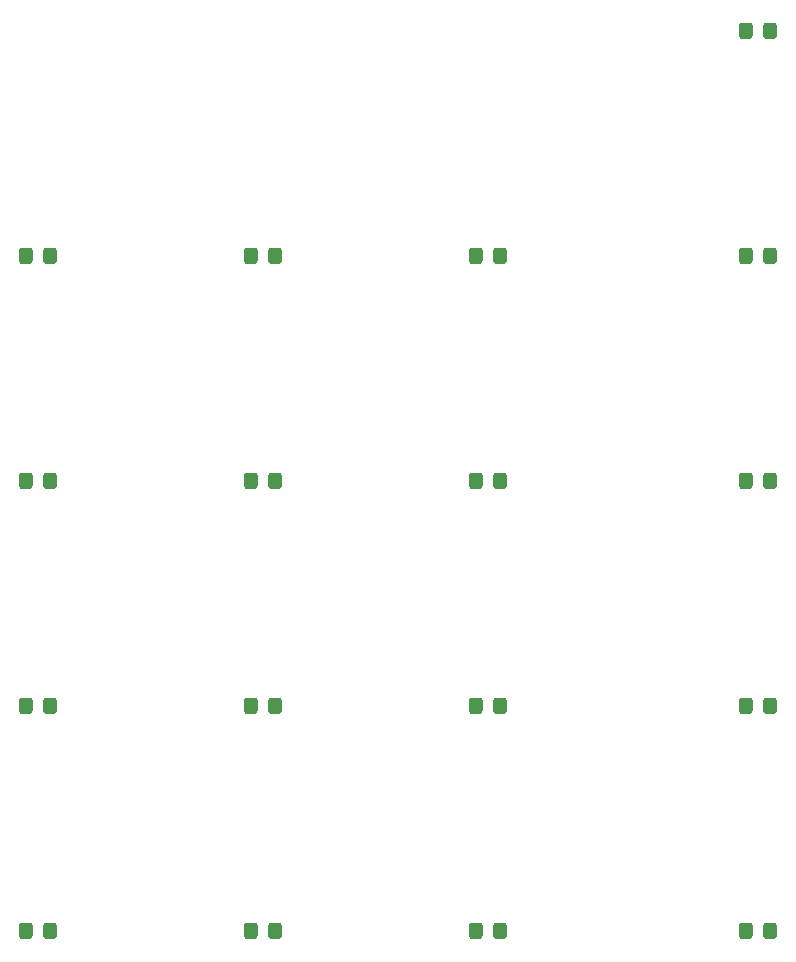
<source format=gbr>
%TF.GenerationSoftware,KiCad,Pcbnew,(5.1.9)-1*%
%TF.CreationDate,2021-05-15T18:53:33-04:00*%
%TF.ProjectId,UFC,5546432e-6b69-4636-9164-5f7063625858,rev?*%
%TF.SameCoordinates,Original*%
%TF.FileFunction,Paste,Top*%
%TF.FilePolarity,Positive*%
%FSLAX46Y46*%
G04 Gerber Fmt 4.6, Leading zero omitted, Abs format (unit mm)*
G04 Created by KiCad (PCBNEW (5.1.9)-1) date 2021-05-15 18:53:33*
%MOMM*%
%LPD*%
G01*
G04 APERTURE LIST*
G04 APERTURE END LIST*
%TO.C,D34*%
G36*
G01*
X151950000Y-144329999D02*
X151950000Y-145230001D01*
G75*
G02*
X151700001Y-145480000I-249999J0D01*
G01*
X151049999Y-145480000D01*
G75*
G02*
X150800000Y-145230001I0J249999D01*
G01*
X150800000Y-144329999D01*
G75*
G02*
X151049999Y-144080000I249999J0D01*
G01*
X151700001Y-144080000D01*
G75*
G02*
X151950000Y-144329999I0J-249999D01*
G01*
G37*
G36*
G01*
X154000000Y-144329999D02*
X154000000Y-145230001D01*
G75*
G02*
X153750001Y-145480000I-249999J0D01*
G01*
X153099999Y-145480000D01*
G75*
G02*
X152850000Y-145230001I0J249999D01*
G01*
X152850000Y-144329999D01*
G75*
G02*
X153099999Y-144080000I249999J0D01*
G01*
X153750001Y-144080000D01*
G75*
G02*
X154000000Y-144329999I0J-249999D01*
G01*
G37*
%TD*%
%TO.C,D33*%
G36*
G01*
X151950000Y-125279999D02*
X151950000Y-126180001D01*
G75*
G02*
X151700001Y-126430000I-249999J0D01*
G01*
X151049999Y-126430000D01*
G75*
G02*
X150800000Y-126180001I0J249999D01*
G01*
X150800000Y-125279999D01*
G75*
G02*
X151049999Y-125030000I249999J0D01*
G01*
X151700001Y-125030000D01*
G75*
G02*
X151950000Y-125279999I0J-249999D01*
G01*
G37*
G36*
G01*
X154000000Y-125279999D02*
X154000000Y-126180001D01*
G75*
G02*
X153750001Y-126430000I-249999J0D01*
G01*
X153099999Y-126430000D01*
G75*
G02*
X152850000Y-126180001I0J249999D01*
G01*
X152850000Y-125279999D01*
G75*
G02*
X153099999Y-125030000I249999J0D01*
G01*
X153750001Y-125030000D01*
G75*
G02*
X154000000Y-125279999I0J-249999D01*
G01*
G37*
%TD*%
%TO.C,D32*%
G36*
G01*
X151950000Y-106229999D02*
X151950000Y-107130001D01*
G75*
G02*
X151700001Y-107380000I-249999J0D01*
G01*
X151049999Y-107380000D01*
G75*
G02*
X150800000Y-107130001I0J249999D01*
G01*
X150800000Y-106229999D01*
G75*
G02*
X151049999Y-105980000I249999J0D01*
G01*
X151700001Y-105980000D01*
G75*
G02*
X151950000Y-106229999I0J-249999D01*
G01*
G37*
G36*
G01*
X154000000Y-106229999D02*
X154000000Y-107130001D01*
G75*
G02*
X153750001Y-107380000I-249999J0D01*
G01*
X153099999Y-107380000D01*
G75*
G02*
X152850000Y-107130001I0J249999D01*
G01*
X152850000Y-106229999D01*
G75*
G02*
X153099999Y-105980000I249999J0D01*
G01*
X153750001Y-105980000D01*
G75*
G02*
X154000000Y-106229999I0J-249999D01*
G01*
G37*
%TD*%
%TO.C,D31*%
G36*
G01*
X151950000Y-87179999D02*
X151950000Y-88080001D01*
G75*
G02*
X151700001Y-88330000I-249999J0D01*
G01*
X151049999Y-88330000D01*
G75*
G02*
X150800000Y-88080001I0J249999D01*
G01*
X150800000Y-87179999D01*
G75*
G02*
X151049999Y-86930000I249999J0D01*
G01*
X151700001Y-86930000D01*
G75*
G02*
X151950000Y-87179999I0J-249999D01*
G01*
G37*
G36*
G01*
X154000000Y-87179999D02*
X154000000Y-88080001D01*
G75*
G02*
X153750001Y-88330000I-249999J0D01*
G01*
X153099999Y-88330000D01*
G75*
G02*
X152850000Y-88080001I0J249999D01*
G01*
X152850000Y-87179999D01*
G75*
G02*
X153099999Y-86930000I249999J0D01*
G01*
X153750001Y-86930000D01*
G75*
G02*
X154000000Y-87179999I0J-249999D01*
G01*
G37*
%TD*%
%TO.C,D30*%
G36*
G01*
X151950000Y-68129999D02*
X151950000Y-69030001D01*
G75*
G02*
X151700001Y-69280000I-249999J0D01*
G01*
X151049999Y-69280000D01*
G75*
G02*
X150800000Y-69030001I0J249999D01*
G01*
X150800000Y-68129999D01*
G75*
G02*
X151049999Y-67880000I249999J0D01*
G01*
X151700001Y-67880000D01*
G75*
G02*
X151950000Y-68129999I0J-249999D01*
G01*
G37*
G36*
G01*
X154000000Y-68129999D02*
X154000000Y-69030001D01*
G75*
G02*
X153750001Y-69280000I-249999J0D01*
G01*
X153099999Y-69280000D01*
G75*
G02*
X152850000Y-69030001I0J249999D01*
G01*
X152850000Y-68129999D01*
G75*
G02*
X153099999Y-67880000I249999J0D01*
G01*
X153750001Y-67880000D01*
G75*
G02*
X154000000Y-68129999I0J-249999D01*
G01*
G37*
%TD*%
%TO.C,D29*%
G36*
G01*
X129090000Y-144329999D02*
X129090000Y-145230001D01*
G75*
G02*
X128840001Y-145480000I-249999J0D01*
G01*
X128189999Y-145480000D01*
G75*
G02*
X127940000Y-145230001I0J249999D01*
G01*
X127940000Y-144329999D01*
G75*
G02*
X128189999Y-144080000I249999J0D01*
G01*
X128840001Y-144080000D01*
G75*
G02*
X129090000Y-144329999I0J-249999D01*
G01*
G37*
G36*
G01*
X131140000Y-144329999D02*
X131140000Y-145230001D01*
G75*
G02*
X130890001Y-145480000I-249999J0D01*
G01*
X130239999Y-145480000D01*
G75*
G02*
X129990000Y-145230001I0J249999D01*
G01*
X129990000Y-144329999D01*
G75*
G02*
X130239999Y-144080000I249999J0D01*
G01*
X130890001Y-144080000D01*
G75*
G02*
X131140000Y-144329999I0J-249999D01*
G01*
G37*
%TD*%
%TO.C,D28*%
G36*
G01*
X110040000Y-144329999D02*
X110040000Y-145230001D01*
G75*
G02*
X109790001Y-145480000I-249999J0D01*
G01*
X109139999Y-145480000D01*
G75*
G02*
X108890000Y-145230001I0J249999D01*
G01*
X108890000Y-144329999D01*
G75*
G02*
X109139999Y-144080000I249999J0D01*
G01*
X109790001Y-144080000D01*
G75*
G02*
X110040000Y-144329999I0J-249999D01*
G01*
G37*
G36*
G01*
X112090000Y-144329999D02*
X112090000Y-145230001D01*
G75*
G02*
X111840001Y-145480000I-249999J0D01*
G01*
X111189999Y-145480000D01*
G75*
G02*
X110940000Y-145230001I0J249999D01*
G01*
X110940000Y-144329999D01*
G75*
G02*
X111189999Y-144080000I249999J0D01*
G01*
X111840001Y-144080000D01*
G75*
G02*
X112090000Y-144329999I0J-249999D01*
G01*
G37*
%TD*%
%TO.C,D27*%
G36*
G01*
X90990000Y-144329999D02*
X90990000Y-145230001D01*
G75*
G02*
X90740001Y-145480000I-249999J0D01*
G01*
X90089999Y-145480000D01*
G75*
G02*
X89840000Y-145230001I0J249999D01*
G01*
X89840000Y-144329999D01*
G75*
G02*
X90089999Y-144080000I249999J0D01*
G01*
X90740001Y-144080000D01*
G75*
G02*
X90990000Y-144329999I0J-249999D01*
G01*
G37*
G36*
G01*
X93040000Y-144329999D02*
X93040000Y-145230001D01*
G75*
G02*
X92790001Y-145480000I-249999J0D01*
G01*
X92139999Y-145480000D01*
G75*
G02*
X91890000Y-145230001I0J249999D01*
G01*
X91890000Y-144329999D01*
G75*
G02*
X92139999Y-144080000I249999J0D01*
G01*
X92790001Y-144080000D01*
G75*
G02*
X93040000Y-144329999I0J-249999D01*
G01*
G37*
%TD*%
%TO.C,D26*%
G36*
G01*
X129090000Y-125279999D02*
X129090000Y-126180001D01*
G75*
G02*
X128840001Y-126430000I-249999J0D01*
G01*
X128189999Y-126430000D01*
G75*
G02*
X127940000Y-126180001I0J249999D01*
G01*
X127940000Y-125279999D01*
G75*
G02*
X128189999Y-125030000I249999J0D01*
G01*
X128840001Y-125030000D01*
G75*
G02*
X129090000Y-125279999I0J-249999D01*
G01*
G37*
G36*
G01*
X131140000Y-125279999D02*
X131140000Y-126180001D01*
G75*
G02*
X130890001Y-126430000I-249999J0D01*
G01*
X130239999Y-126430000D01*
G75*
G02*
X129990000Y-126180001I0J249999D01*
G01*
X129990000Y-125279999D01*
G75*
G02*
X130239999Y-125030000I249999J0D01*
G01*
X130890001Y-125030000D01*
G75*
G02*
X131140000Y-125279999I0J-249999D01*
G01*
G37*
%TD*%
%TO.C,D25*%
G36*
G01*
X110040000Y-125279999D02*
X110040000Y-126180001D01*
G75*
G02*
X109790001Y-126430000I-249999J0D01*
G01*
X109139999Y-126430000D01*
G75*
G02*
X108890000Y-126180001I0J249999D01*
G01*
X108890000Y-125279999D01*
G75*
G02*
X109139999Y-125030000I249999J0D01*
G01*
X109790001Y-125030000D01*
G75*
G02*
X110040000Y-125279999I0J-249999D01*
G01*
G37*
G36*
G01*
X112090000Y-125279999D02*
X112090000Y-126180001D01*
G75*
G02*
X111840001Y-126430000I-249999J0D01*
G01*
X111189999Y-126430000D01*
G75*
G02*
X110940000Y-126180001I0J249999D01*
G01*
X110940000Y-125279999D01*
G75*
G02*
X111189999Y-125030000I249999J0D01*
G01*
X111840001Y-125030000D01*
G75*
G02*
X112090000Y-125279999I0J-249999D01*
G01*
G37*
%TD*%
%TO.C,D24*%
G36*
G01*
X90990000Y-125279999D02*
X90990000Y-126180001D01*
G75*
G02*
X90740001Y-126430000I-249999J0D01*
G01*
X90089999Y-126430000D01*
G75*
G02*
X89840000Y-126180001I0J249999D01*
G01*
X89840000Y-125279999D01*
G75*
G02*
X90089999Y-125030000I249999J0D01*
G01*
X90740001Y-125030000D01*
G75*
G02*
X90990000Y-125279999I0J-249999D01*
G01*
G37*
G36*
G01*
X93040000Y-125279999D02*
X93040000Y-126180001D01*
G75*
G02*
X92790001Y-126430000I-249999J0D01*
G01*
X92139999Y-126430000D01*
G75*
G02*
X91890000Y-126180001I0J249999D01*
G01*
X91890000Y-125279999D01*
G75*
G02*
X92139999Y-125030000I249999J0D01*
G01*
X92790001Y-125030000D01*
G75*
G02*
X93040000Y-125279999I0J-249999D01*
G01*
G37*
%TD*%
%TO.C,D23*%
G36*
G01*
X129090000Y-106229999D02*
X129090000Y-107130001D01*
G75*
G02*
X128840001Y-107380000I-249999J0D01*
G01*
X128189999Y-107380000D01*
G75*
G02*
X127940000Y-107130001I0J249999D01*
G01*
X127940000Y-106229999D01*
G75*
G02*
X128189999Y-105980000I249999J0D01*
G01*
X128840001Y-105980000D01*
G75*
G02*
X129090000Y-106229999I0J-249999D01*
G01*
G37*
G36*
G01*
X131140000Y-106229999D02*
X131140000Y-107130001D01*
G75*
G02*
X130890001Y-107380000I-249999J0D01*
G01*
X130239999Y-107380000D01*
G75*
G02*
X129990000Y-107130001I0J249999D01*
G01*
X129990000Y-106229999D01*
G75*
G02*
X130239999Y-105980000I249999J0D01*
G01*
X130890001Y-105980000D01*
G75*
G02*
X131140000Y-106229999I0J-249999D01*
G01*
G37*
%TD*%
%TO.C,D22*%
G36*
G01*
X110040000Y-106229999D02*
X110040000Y-107130001D01*
G75*
G02*
X109790001Y-107380000I-249999J0D01*
G01*
X109139999Y-107380000D01*
G75*
G02*
X108890000Y-107130001I0J249999D01*
G01*
X108890000Y-106229999D01*
G75*
G02*
X109139999Y-105980000I249999J0D01*
G01*
X109790001Y-105980000D01*
G75*
G02*
X110040000Y-106229999I0J-249999D01*
G01*
G37*
G36*
G01*
X112090000Y-106229999D02*
X112090000Y-107130001D01*
G75*
G02*
X111840001Y-107380000I-249999J0D01*
G01*
X111189999Y-107380000D01*
G75*
G02*
X110940000Y-107130001I0J249999D01*
G01*
X110940000Y-106229999D01*
G75*
G02*
X111189999Y-105980000I249999J0D01*
G01*
X111840001Y-105980000D01*
G75*
G02*
X112090000Y-106229999I0J-249999D01*
G01*
G37*
%TD*%
%TO.C,D21*%
G36*
G01*
X90990000Y-106229999D02*
X90990000Y-107130001D01*
G75*
G02*
X90740001Y-107380000I-249999J0D01*
G01*
X90089999Y-107380000D01*
G75*
G02*
X89840000Y-107130001I0J249999D01*
G01*
X89840000Y-106229999D01*
G75*
G02*
X90089999Y-105980000I249999J0D01*
G01*
X90740001Y-105980000D01*
G75*
G02*
X90990000Y-106229999I0J-249999D01*
G01*
G37*
G36*
G01*
X93040000Y-106229999D02*
X93040000Y-107130001D01*
G75*
G02*
X92790001Y-107380000I-249999J0D01*
G01*
X92139999Y-107380000D01*
G75*
G02*
X91890000Y-107130001I0J249999D01*
G01*
X91890000Y-106229999D01*
G75*
G02*
X92139999Y-105980000I249999J0D01*
G01*
X92790001Y-105980000D01*
G75*
G02*
X93040000Y-106229999I0J-249999D01*
G01*
G37*
%TD*%
%TO.C,D20*%
G36*
G01*
X129090000Y-87179999D02*
X129090000Y-88080001D01*
G75*
G02*
X128840001Y-88330000I-249999J0D01*
G01*
X128189999Y-88330000D01*
G75*
G02*
X127940000Y-88080001I0J249999D01*
G01*
X127940000Y-87179999D01*
G75*
G02*
X128189999Y-86930000I249999J0D01*
G01*
X128840001Y-86930000D01*
G75*
G02*
X129090000Y-87179999I0J-249999D01*
G01*
G37*
G36*
G01*
X131140000Y-87179999D02*
X131140000Y-88080001D01*
G75*
G02*
X130890001Y-88330000I-249999J0D01*
G01*
X130239999Y-88330000D01*
G75*
G02*
X129990000Y-88080001I0J249999D01*
G01*
X129990000Y-87179999D01*
G75*
G02*
X130239999Y-86930000I249999J0D01*
G01*
X130890001Y-86930000D01*
G75*
G02*
X131140000Y-87179999I0J-249999D01*
G01*
G37*
%TD*%
%TO.C,D19*%
G36*
G01*
X110040000Y-87179999D02*
X110040000Y-88080001D01*
G75*
G02*
X109790001Y-88330000I-249999J0D01*
G01*
X109139999Y-88330000D01*
G75*
G02*
X108890000Y-88080001I0J249999D01*
G01*
X108890000Y-87179999D01*
G75*
G02*
X109139999Y-86930000I249999J0D01*
G01*
X109790001Y-86930000D01*
G75*
G02*
X110040000Y-87179999I0J-249999D01*
G01*
G37*
G36*
G01*
X112090000Y-87179999D02*
X112090000Y-88080001D01*
G75*
G02*
X111840001Y-88330000I-249999J0D01*
G01*
X111189999Y-88330000D01*
G75*
G02*
X110940000Y-88080001I0J249999D01*
G01*
X110940000Y-87179999D01*
G75*
G02*
X111189999Y-86930000I249999J0D01*
G01*
X111840001Y-86930000D01*
G75*
G02*
X112090000Y-87179999I0J-249999D01*
G01*
G37*
%TD*%
%TO.C,D18*%
G36*
G01*
X90990000Y-87179999D02*
X90990000Y-88080001D01*
G75*
G02*
X90740001Y-88330000I-249999J0D01*
G01*
X90089999Y-88330000D01*
G75*
G02*
X89840000Y-88080001I0J249999D01*
G01*
X89840000Y-87179999D01*
G75*
G02*
X90089999Y-86930000I249999J0D01*
G01*
X90740001Y-86930000D01*
G75*
G02*
X90990000Y-87179999I0J-249999D01*
G01*
G37*
G36*
G01*
X93040000Y-87179999D02*
X93040000Y-88080001D01*
G75*
G02*
X92790001Y-88330000I-249999J0D01*
G01*
X92139999Y-88330000D01*
G75*
G02*
X91890000Y-88080001I0J249999D01*
G01*
X91890000Y-87179999D01*
G75*
G02*
X92139999Y-86930000I249999J0D01*
G01*
X92790001Y-86930000D01*
G75*
G02*
X93040000Y-87179999I0J-249999D01*
G01*
G37*
%TD*%
M02*

</source>
